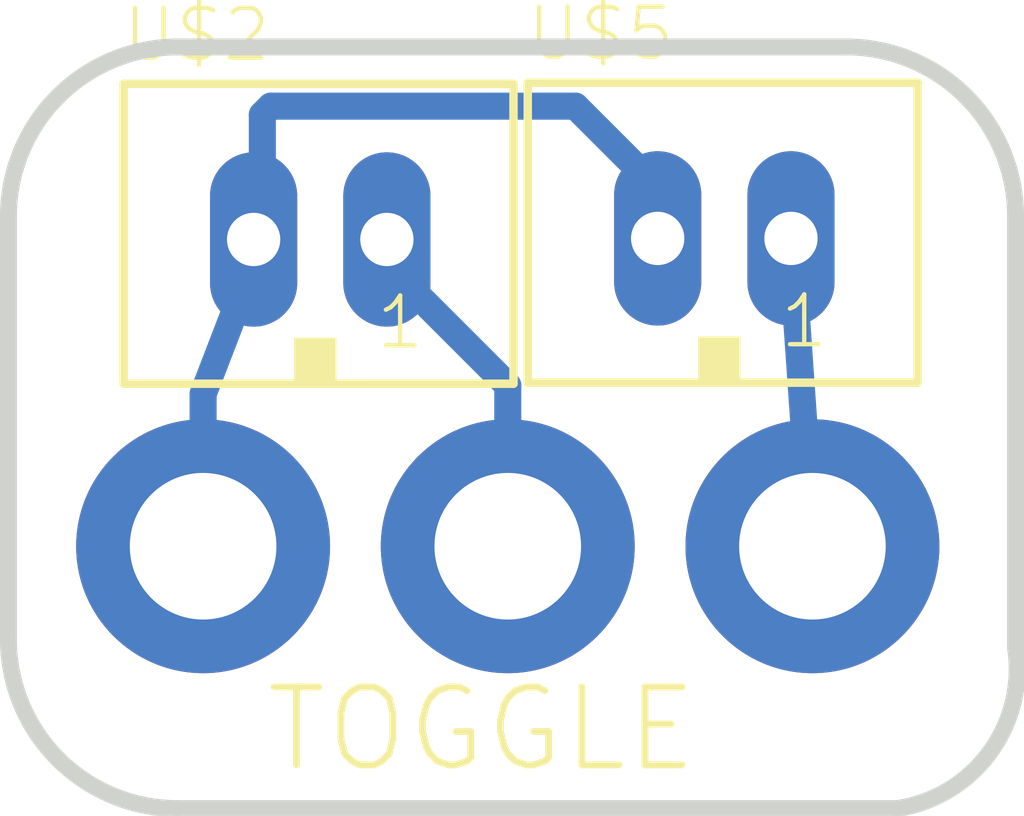
<source format=kicad_pcb>
(kicad_pcb (version 20211014) (generator pcbnew)
  (layers (0 "F.Cu" signal) (31 "B.Cu" signal) (34 "B.Paste" user) (35 "F.Paste" user) (36 "B.SilkS" user "B.Silkscreen") (37 "F.SilkS" user "F.Silkscreen") (38 "B.Mask" user) (39 "F.Mask" user) (44 "Edge.Cuts" user))
  (net 0 "")
  (net 1 "N$3")
  (net 2 "N$1")
  (net 3 "N$2")
  (footprint "weaver_toggle:BUTTON_PAD" (layer "F.Cu") (at 143.853641 106.7816)
    (fp_text reference "U$1" hide)
    (fp_text value "BUTTON_PAD" hide)
    (pad "P$1" thru_hole circle (at 0 0) (size 3.81 3.81) (drill 2.2) (layers *.Cu *.Mask) (net 1 "N$3"))
  )
  (footprint "weaver_toggle:JST_B2B-PH_HEADER" (layer "F.Cu") (at 151.600641 102.2096)
    (fp_text reference "U$5" (at -2.925 -2.6825) (layer "F.SilkS") (effects (font (size 0.747776 0.747776) (thickness 0.065024)) (justify left bottom)))
    (fp_text value "JST-PH_2-PIN_HEADER" hide)
    (fp_text user "1" (at 0.875 1.635) (layer "F.SilkS") (effects (font (size 0.747776 0.747776) (thickness 0.065024)) (justify left bottom)))
    (fp_line (start -2.875 2.1175) (end -2.875 -2.3825) (layer "F.SilkS") (width 0.127))
    (fp_line (start 2.975 -2.3825) (end 2.975 2.1175) (layer "F.SilkS") (width 0.127))
    (fp_line (start -2.875 -2.3825) (end 2.975 -2.3825) (layer "F.SilkS") (width 0.127))
    (fp_line (start 2.975 2.1175) (end -2.875 2.1175) (layer "F.SilkS") (width 0.127))
    (fp_poly (pts (xy -0.3175 2.060468) (xy 0.3175 2.060468) (xy 0.3175 1.425468) (xy -0.3175 1.425468)) (layer "F.SilkS") (width 0) (fill solid))
    (pad "P1" thru_hole oval (at 1.075 -0.0475 90) (size 2.616 1.308) (drill 0.8) (layers *.Cu *.Mask) (net 3 "N$2"))
    (pad "P2" thru_hole oval (at -0.925 -0.0475 90) (size 2.616 1.308) (drill 0.8) (layers *.Cu *.Mask) (net 1 "N$3"))
  )
  (footprint "weaver_toggle:BUTTON_PAD" (layer "F.Cu") (at 152.997641 106.7816)
    (fp_text reference "U$4" hide)
    (fp_text value "BUTTON_PAD" hide)
    (pad "P$1" thru_hole circle (at 0 0) (size 3.81 3.81) (drill 2.2) (layers *.Cu *.Mask) (net 3 "N$2"))
  )
  (footprint "weaver_toggle:JST_B2B-PH_HEADER" (layer "F.Cu") (at 145.536641 102.2256)
    (fp_text reference "U$2" (at -2.925 -2.6825) (layer "F.SilkS") (effects (font (size 0.747776 0.747776) (thickness 0.065024)) (justify left bottom)))
    (fp_text value "JST-PH_2-PIN_HEADER" hide)
    (fp_text user "1" (at 0.875 1.635) (layer "F.SilkS") (effects (font (size 0.747776 0.747776) (thickness 0.065024)) (justify left bottom)))
    (fp_line (start 2.975 -2.3825) (end 2.975 2.1175) (layer "F.SilkS") (width 0.127))
    (fp_line (start 2.975 2.1175) (end -2.875 2.1175) (layer "F.SilkS") (width 0.127))
    (fp_line (start -2.875 2.1175) (end -2.875 -2.3825) (layer "F.SilkS") (width 0.127))
    (fp_line (start -2.875 -2.3825) (end 2.975 -2.3825) (layer "F.SilkS") (width 0.127))
    (fp_poly (pts (xy -0.3175 2.060468) (xy 0.3175 2.060468) (xy 0.3175 1.425468) (xy -0.3175 1.425468)) (layer "F.SilkS") (width 0) (fill solid))
    (pad "P1" thru_hole oval (at 1.075 -0.0475 90) (size 2.616 1.308) (drill 0.8) (layers *.Cu *.Mask) (net 2 "N$1"))
    (pad "P2" thru_hole oval (at -0.925 -0.0475 90) (size 2.616 1.308) (drill 0.8) (layers *.Cu *.Mask) (net 1 "N$3"))
  )
  (footprint "weaver_toggle:BUTTON_PAD" (layer "F.Cu") (at 148.425641 106.7816)
    (fp_text reference "U$3" hide)
    (fp_text value "BUTTON_PAD" hide)
    (pad "P$1" thru_hole circle (at 0 0) (size 3.81 3.81) (drill 2.2) (layers *.Cu *.Mask) (net 2 "N$1"))
  )
  (gr_arc (start 140.932641 101.8286) (mid 141.67659 100.032549) (end 143.472641 99.2886) (layer "Edge.Cuts") (width 0.254))
  (gr_line (start 140.932641 101.8286) (end 140.932641 108.1786) (layer "Edge.Cuts") (width 0.254))
  (gr_arc (start 153.505641 99.2886) (mid 155.301692 100.032549) (end 156.045641 101.8286) (layer "Edge.Cuts") (width 0.254))
  (gr_line (start 154.267641 110.7186) (end 143.472641 110.7186) (layer "Edge.Cuts") (width 0.254))
  (gr_arc (start 143.472641 110.7186) (mid 141.67659 109.974651) (end 140.932641 108.1786) (layer "Edge.Cuts") (width 0.254))
  (gr_line (start 156.045641 101.8286) (end 156.045641 108.3056) (layer "Edge.Cuts") (width 0.254))
  (gr_line (start 143.472641 99.2886) (end 153.505641 99.2886) (layer "Edge.Cuts") (width 0.254))
  (gr_arc (start 156.045641 108.3056) (mid 155.65639 109.880336) (end 154.267641 110.7186) (layer "Edge.Cuts") (width 0.254))
  (gr_text "TOGGLE" (at 144.742641 110.2106) (layer "F.SilkS") (effects (font (size 1.1684 1.1684) (thickness 0.1016)) (justify left bottom)))
  (segment (start 144.488641 102.8446) (end 144.488641 102.0471) (width 0.4064) (layer "B.Cu") (net 1))
  (segment (start 144.488641 102.0471) (end 144.611641 102.1781) (width 0.4064) (layer "B.Cu") (net 1))
  (segment (start 150.675641 102.1621) (end 150.675641 101.4116) (width 0.4064) (layer "B.Cu") (net 1))
  (segment (start 144.869641 100.1776) (end 144.742641 100.3046) (width 0.4064) (layer "B.Cu") (net 1))
  (segment (start 143.853641 106.7816) (end 143.853641 104.4956) (width 0.4064) (layer "B.Cu") (net 1))
  (segment (start 144.742641 102.0471) (end 144.611641 102.1781) (width 0.4064) (layer "B.Cu") (net 1))
  (segment (start 149.441641 100.1776) (end 144.869641 100.1776) (width 0.4064) (layer "B.Cu") (net 1))
  (segment (start 144.742641 100.3046) (end 144.742641 102.0471) (width 0.4064) (layer "B.Cu") (net 1))
  (segment (start 150.675641 101.4116) (end 149.441641 100.1776) (width 0.4064) (layer "B.Cu") (net 1))
  (segment (start 143.853641 104.4956) (end 144.488641 102.8446) (width 0.4064) (layer "B.Cu") (net 1))
  (segment (start 146.992641 102.9356) (end 148.425641 104.3686) (width 0.4064) (layer "B.Cu") (net 2))
  (segment (start 148.425641 106.7816) (end 148.425641 104.3686) (width 0.4064) (layer "B.Cu") (net 2))
  (segment (start 146.611641 102.1781) (end 146.992641 102.9356) (width 0.4064) (layer "B.Cu") (net 2))
  (segment (start 152.675641 102.1621) (end 152.997641 106.7816) (width 0.4064) (layer "B.Cu") (net 3))
)
</source>
